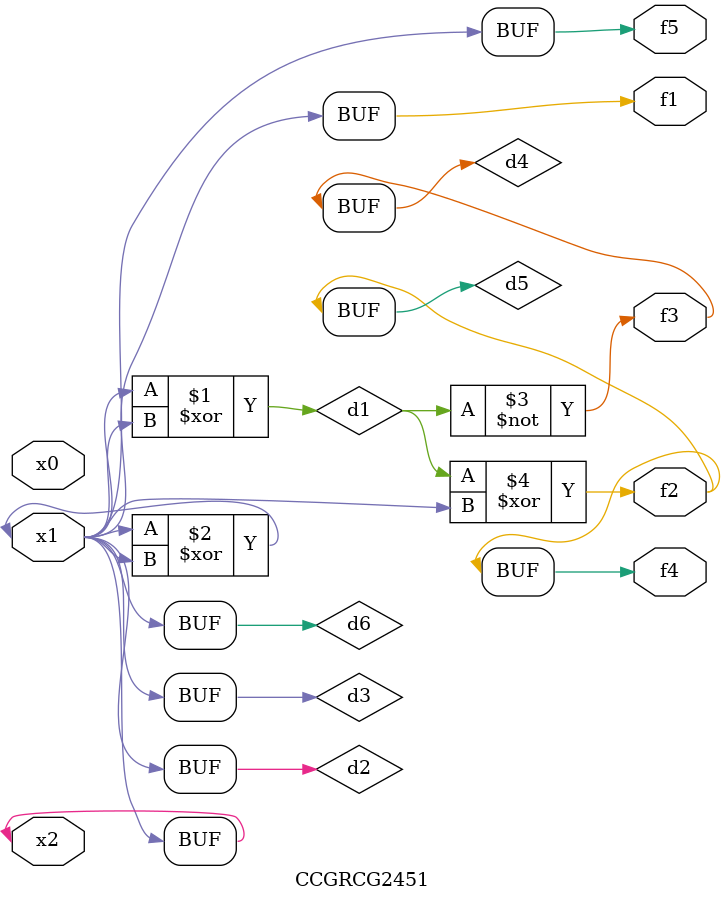
<source format=v>
module CCGRCG2451(
	input x0, x1, x2,
	output f1, f2, f3, f4, f5
);

	wire d1, d2, d3, d4, d5, d6;

	xor (d1, x1, x2);
	buf (d2, x1, x2);
	xor (d3, x1, x2);
	nor (d4, d1);
	xor (d5, d1, d2);
	buf (d6, d2, d3);
	assign f1 = d6;
	assign f2 = d5;
	assign f3 = d4;
	assign f4 = d5;
	assign f5 = d6;
endmodule

</source>
